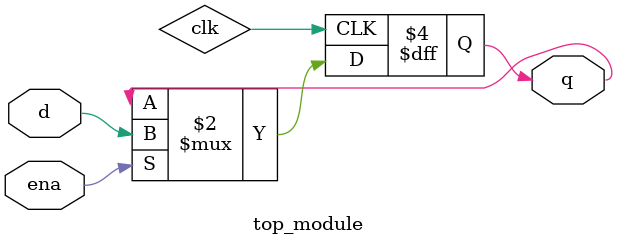
<source format=v>
module top_module (
    input d, 
    input ena,
    output q);
    
    reg q;
    
    always @(posedge clk) begin
        if (ena) begin
            q <= d;
        end
    end

endmodule
</source>
